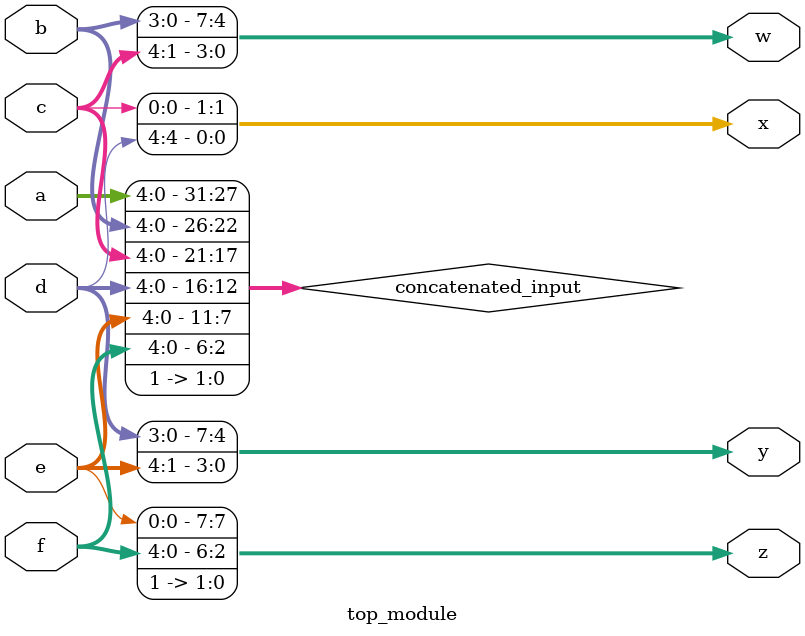
<source format=sv>
module top_module (
	input [4:0] a,
	input [4:0] b,
	input [4:0] c,
	input [4:0] d,
	input [4:0] e,
	input [4:0] f,
	output [7:0] w,
	output [7:8] x,
	output [7:0] y,
	output [7:0] z
);
    wire [31:0] concatenated_input;

    assign concatenated_input = {a, b, c, d, e, f, 2'b11};
    assign {w, x, y, z} = concatenated_input;

endmodule

</source>
